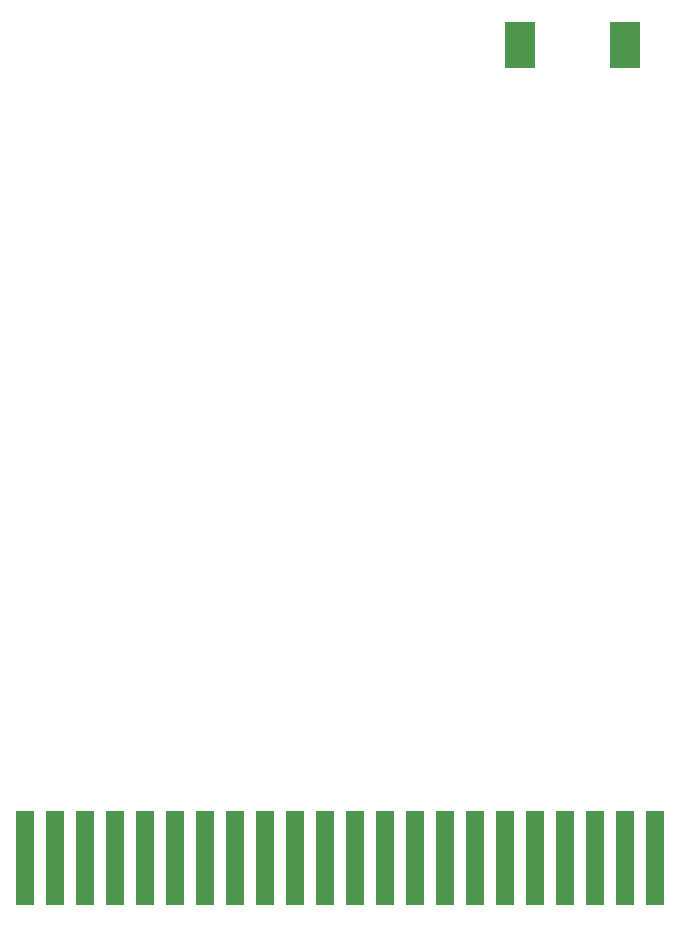
<source format=gbr>
%TF.GenerationSoftware,KiCad,Pcbnew,7.0.9+dfsg-1*%
%TF.CreationDate,2024-02-03T10:56:28+01:00*%
%TF.ProjectId,C64NIKI2,4336344e-494b-4493-922e-6b696361645f,rev?*%
%TF.SameCoordinates,Original*%
%TF.FileFunction,Paste,Bot*%
%TF.FilePolarity,Positive*%
%FSLAX46Y46*%
G04 Gerber Fmt 4.6, Leading zero omitted, Abs format (unit mm)*
G04 Created by KiCad (PCBNEW 7.0.9+dfsg-1) date 2024-02-03 10:56:28*
%MOMM*%
%LPD*%
G01*
G04 APERTURE LIST*
%ADD10R,2.540000X3.871726*%
%ADD11R,1.524000X8.000000*%
G04 APERTURE END LIST*
D10*
%TO.C,SW1*%
X135890000Y-103916863D03*
%TD*%
D11*
%TO.C,J1*%
X93980000Y-172720000D03*
X96520000Y-172720000D03*
X99060000Y-172720000D03*
X101600000Y-172720000D03*
X104140000Y-172720000D03*
X106680000Y-172720000D03*
X109220000Y-172720000D03*
X111760000Y-172720000D03*
X114300000Y-172720000D03*
X116840000Y-172720000D03*
X119380000Y-172720000D03*
X121920000Y-172720000D03*
X124460000Y-172720000D03*
X127000000Y-172720000D03*
X129540000Y-172720000D03*
X132080000Y-172720000D03*
X134620000Y-172720000D03*
X137160000Y-172720000D03*
X139700000Y-172720000D03*
X142240000Y-172720000D03*
X144780000Y-172720000D03*
X147320000Y-172720000D03*
%TD*%
D10*
%TO.C,SW2*%
X144780000Y-103916863D03*
%TD*%
M02*

</source>
